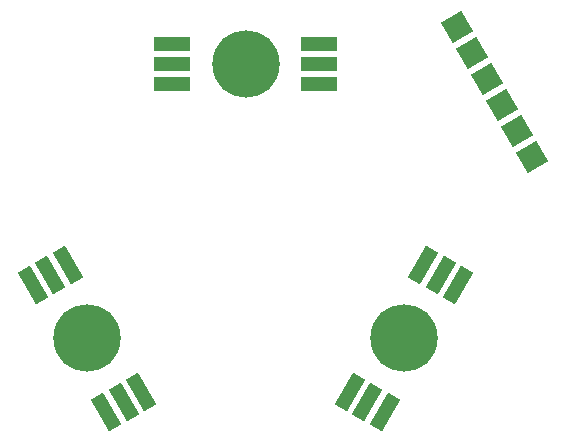
<source format=gts>
%TF.GenerationSoftware,KiCad,Pcbnew,(5.99.0-11336-g5116fa6d12)*%
%TF.CreationDate,2021-07-16T01:57:22+02:00*%
%TF.ProjectId,LED_PCB_60mm,4c45445f-5043-4425-9f36-306d6d2e6b69,rev?*%
%TF.SameCoordinates,Original*%
%TF.FileFunction,Soldermask,Top*%
%TF.FilePolarity,Negative*%
%FSLAX46Y46*%
G04 Gerber Fmt 4.6, Leading zero omitted, Abs format (unit mm)*
G04 Created by KiCad (PCBNEW (5.99.0-11336-g5116fa6d12)) date 2021-07-16 01:57:22*
%MOMM*%
%LPD*%
G01*
G04 APERTURE LIST*
G04 Aperture macros list*
%AMRotRect*
0 Rectangle, with rotation*
0 The origin of the aperture is its center*
0 $1 length*
0 $2 width*
0 $3 Rotation angle, in degrees counterclockwise*
0 Add horizontal line*
21,1,$1,$2,0,0,$3*%
G04 Aperture macros list end*
%ADD10RotRect,2.000000X2.000000X300.000000*%
%ADD11R,3.100000X1.200000*%
%ADD12C,5.700000*%
%ADD13RotRect,3.100000X1.200000X240.000000*%
%ADD14RotRect,3.100000X1.200000X60.000000*%
%ADD15RotRect,3.100000X1.200000X120.000000*%
%ADD16RotRect,3.100000X1.200000X300.000000*%
G04 APERTURE END LIST*
D10*
%TO.C,J4*%
X173228000Y-80345409D03*
%TD*%
%TO.C,J6*%
X171958000Y-78145704D03*
%TD*%
D11*
%TO.C,D1*%
X144022000Y-72976000D03*
X144022000Y-74676000D03*
X144022000Y-76376000D03*
X156462000Y-76376000D03*
X156462000Y-74676000D03*
X156462000Y-72976000D03*
D12*
X150242000Y-74676000D03*
%TD*%
D13*
%TO.C,D3*%
X168242441Y-93380322D03*
X166770198Y-92530322D03*
X165297955Y-91680322D03*
D14*
X159077955Y-102453678D03*
X160550198Y-103303678D03*
X162022441Y-104153678D03*
D12*
X163660198Y-97917000D03*
%TD*%
D10*
%TO.C,J3*%
X169418000Y-73746295D03*
%TD*%
%TO.C,J2*%
X174498000Y-82545113D03*
%TD*%
D15*
%TO.C,D2*%
X138461559Y-104153678D03*
X139933802Y-103303678D03*
X141406045Y-102453678D03*
D16*
X135186045Y-91680322D03*
X133713802Y-92530322D03*
X132241559Y-93380322D03*
D12*
X136823802Y-97917000D03*
%TD*%
D10*
%TO.C,J5*%
X170688000Y-75946000D03*
%TD*%
%TO.C,J1*%
X168148000Y-71546591D03*
%TD*%
M02*

</source>
